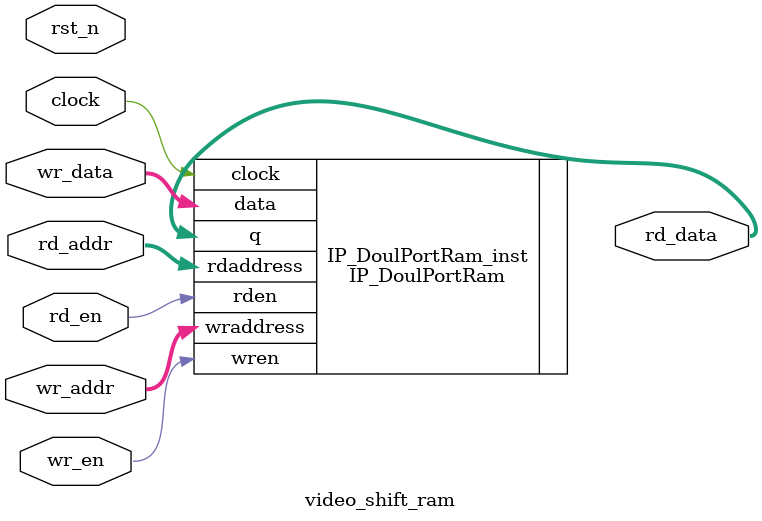
<source format=v>
/****************************************
______________                ______________
______________ \  /\  /|\  /| ______________
______________  \/  \/ | \/ | ______________
--Module Name:  video_shift_ram.v
--Project Name: Video_Shift_Tap
--Data modified: 2016-04-11 14:38:37 +0800
--author:Young-ÎâÃ÷
--E-mail: wmy367@Gmail.com
****************************************/
`timescale 1ns/1ps
module video_shift_ram #(
    parameter DSIZE = 24,
    parameter ASIZE = 10
)(
    input               clock       ,
    input               rst_n       ,
    input               wr_en       ,
    input [ASIZE-1:0]   wr_addr     ,
    input [DSIZE-1:0]   wr_data     ,
    input               rd_en       ,
    input [ASIZE-1:0]   rd_addr     ,
    output[DSIZE-1:0]   rd_data
);

IP_DoulPortRam  IP_DoulPortRam_inst(
    .clock             (clock             ),
	.rdaddress         (rd_addr[ASIZE-1:0]),
//	.rdclock           (clock             ),
	.rden              (rd_en             ),
	.wraddress         (wr_addr[ASIZE-1:0]),
//	.wrclock           (clock             ),
	.wren              (wr_en             ),
    .data              (wr_data[DSIZE-1:0]),
	.q                 (rd_data[DSIZE-1:0])
);

endmodule

</source>
